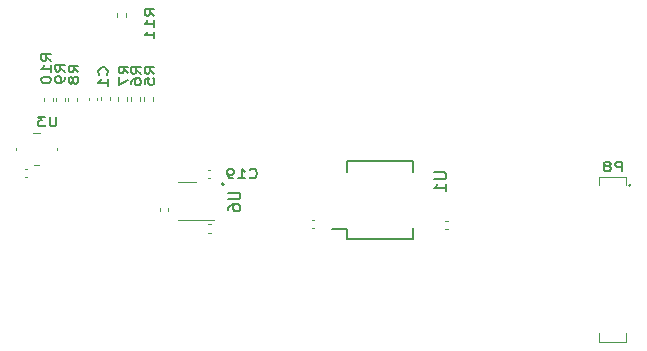
<source format=gbr>
%TF.GenerationSoftware,KiCad,Pcbnew,(6.0.7)*%
%TF.CreationDate,2022-09-26T14:07:28+03:00*%
%TF.ProjectId,202-combi-v0.2,3230322d-636f-46d6-9269-2d76302e322e,rev?*%
%TF.SameCoordinates,PX328b740PY3479d68*%
%TF.FileFunction,Legend,Bot*%
%TF.FilePolarity,Positive*%
%FSLAX46Y46*%
G04 Gerber Fmt 4.6, Leading zero omitted, Abs format (unit mm)*
G04 Created by KiCad (PCBNEW (6.0.7)) date 2022-09-26 14:07:28*
%MOMM*%
%LPD*%
G01*
G04 APERTURE LIST*
%ADD10C,0.200000*%
%ADD11C,0.150000*%
%ADD12C,0.120000*%
G04 APERTURE END LIST*
D10*
%TO.C,P8*%
X51963095Y-17511904D02*
X51963095Y-16711904D01*
X51582142Y-16711904D01*
X51486904Y-16750000D01*
X51439285Y-16788095D01*
X51391666Y-16864285D01*
X51391666Y-16978571D01*
X51439285Y-17054761D01*
X51486904Y-17092857D01*
X51582142Y-17130952D01*
X51963095Y-17130952D01*
X50820238Y-17054761D02*
X50915476Y-17016666D01*
X50963095Y-16978571D01*
X51010714Y-16902380D01*
X51010714Y-16864285D01*
X50963095Y-16788095D01*
X50915476Y-16750000D01*
X50820238Y-16711904D01*
X50629761Y-16711904D01*
X50534523Y-16750000D01*
X50486904Y-16788095D01*
X50439285Y-16864285D01*
X50439285Y-16902380D01*
X50486904Y-16978571D01*
X50534523Y-17016666D01*
X50629761Y-17054761D01*
X50820238Y-17054761D01*
X50915476Y-17092857D01*
X50963095Y-17130952D01*
X51010714Y-17207142D01*
X51010714Y-17359523D01*
X50963095Y-17435714D01*
X50915476Y-17473809D01*
X50820238Y-17511904D01*
X50629761Y-17511904D01*
X50534523Y-17473809D01*
X50486904Y-17435714D01*
X50439285Y-17359523D01*
X50439285Y-17207142D01*
X50486904Y-17130952D01*
X50534523Y-17092857D01*
X50629761Y-17054761D01*
D11*
%TO.C,U6*%
X18652380Y-19313095D02*
X19461904Y-19313095D01*
X19557142Y-19360714D01*
X19604761Y-19408333D01*
X19652380Y-19503571D01*
X19652380Y-19694047D01*
X19604761Y-19789285D01*
X19557142Y-19836904D01*
X19461904Y-19884523D01*
X18652380Y-19884523D01*
X18652380Y-20789285D02*
X18652380Y-20598809D01*
X18700000Y-20503571D01*
X18747619Y-20455952D01*
X18890476Y-20360714D01*
X19080952Y-20313095D01*
X19461904Y-20313095D01*
X19557142Y-20360714D01*
X19604761Y-20408333D01*
X19652380Y-20503571D01*
X19652380Y-20694047D01*
X19604761Y-20789285D01*
X19557142Y-20836904D01*
X19461904Y-20884523D01*
X19223809Y-20884523D01*
X19128571Y-20836904D01*
X19080952Y-20789285D01*
X19033333Y-20694047D01*
X19033333Y-20503571D01*
X19080952Y-20408333D01*
X19128571Y-20360714D01*
X19223809Y-20313095D01*
D10*
%TO.C,C1*%
X8355714Y-9338333D02*
X8393809Y-9290714D01*
X8431904Y-9147857D01*
X8431904Y-9052619D01*
X8393809Y-8909761D01*
X8317619Y-8814523D01*
X8241428Y-8766904D01*
X8089047Y-8719285D01*
X7974761Y-8719285D01*
X7822380Y-8766904D01*
X7746190Y-8814523D01*
X7670000Y-8909761D01*
X7631904Y-9052619D01*
X7631904Y-9147857D01*
X7670000Y-9290714D01*
X7708095Y-9338333D01*
X8431904Y-10290714D02*
X8431904Y-9719285D01*
X8431904Y-10005000D02*
X7631904Y-10005000D01*
X7746190Y-9909761D01*
X7822380Y-9814523D01*
X7860476Y-9719285D01*
%TO.C,R8*%
X5936904Y-9133333D02*
X5555952Y-8800000D01*
X5936904Y-8561904D02*
X5136904Y-8561904D01*
X5136904Y-8942857D01*
X5175000Y-9038095D01*
X5213095Y-9085714D01*
X5289285Y-9133333D01*
X5403571Y-9133333D01*
X5479761Y-9085714D01*
X5517857Y-9038095D01*
X5555952Y-8942857D01*
X5555952Y-8561904D01*
X5479761Y-9704761D02*
X5441666Y-9609523D01*
X5403571Y-9561904D01*
X5327380Y-9514285D01*
X5289285Y-9514285D01*
X5213095Y-9561904D01*
X5175000Y-9609523D01*
X5136904Y-9704761D01*
X5136904Y-9895238D01*
X5175000Y-9990476D01*
X5213095Y-10038095D01*
X5289285Y-10085714D01*
X5327380Y-10085714D01*
X5403571Y-10038095D01*
X5441666Y-9990476D01*
X5479761Y-9895238D01*
X5479761Y-9704761D01*
X5517857Y-9609523D01*
X5555952Y-9561904D01*
X5632142Y-9514285D01*
X5784523Y-9514285D01*
X5860714Y-9561904D01*
X5898809Y-9609523D01*
X5936904Y-9704761D01*
X5936904Y-9895238D01*
X5898809Y-9990476D01*
X5860714Y-10038095D01*
X5784523Y-10085714D01*
X5632142Y-10085714D01*
X5555952Y-10038095D01*
X5517857Y-9990476D01*
X5479761Y-9895238D01*
%TO.C,R5*%
X12361904Y-9248333D02*
X11980952Y-8915000D01*
X12361904Y-8676904D02*
X11561904Y-8676904D01*
X11561904Y-9057857D01*
X11600000Y-9153095D01*
X11638095Y-9200714D01*
X11714285Y-9248333D01*
X11828571Y-9248333D01*
X11904761Y-9200714D01*
X11942857Y-9153095D01*
X11980952Y-9057857D01*
X11980952Y-8676904D01*
X11561904Y-10153095D02*
X11561904Y-9676904D01*
X11942857Y-9629285D01*
X11904761Y-9676904D01*
X11866666Y-9772142D01*
X11866666Y-10010238D01*
X11904761Y-10105476D01*
X11942857Y-10153095D01*
X12019047Y-10200714D01*
X12209523Y-10200714D01*
X12285714Y-10153095D01*
X12323809Y-10105476D01*
X12361904Y-10010238D01*
X12361904Y-9772142D01*
X12323809Y-9676904D01*
X12285714Y-9629285D01*
%TO.C,R9*%
X4786904Y-9068333D02*
X4405952Y-8735000D01*
X4786904Y-8496904D02*
X3986904Y-8496904D01*
X3986904Y-8877857D01*
X4025000Y-8973095D01*
X4063095Y-9020714D01*
X4139285Y-9068333D01*
X4253571Y-9068333D01*
X4329761Y-9020714D01*
X4367857Y-8973095D01*
X4405952Y-8877857D01*
X4405952Y-8496904D01*
X4786904Y-9544523D02*
X4786904Y-9735000D01*
X4748809Y-9830238D01*
X4710714Y-9877857D01*
X4596428Y-9973095D01*
X4444047Y-10020714D01*
X4139285Y-10020714D01*
X4063095Y-9973095D01*
X4025000Y-9925476D01*
X3986904Y-9830238D01*
X3986904Y-9639761D01*
X4025000Y-9544523D01*
X4063095Y-9496904D01*
X4139285Y-9449285D01*
X4329761Y-9449285D01*
X4405952Y-9496904D01*
X4444047Y-9544523D01*
X4482142Y-9639761D01*
X4482142Y-9830238D01*
X4444047Y-9925476D01*
X4405952Y-9973095D01*
X4329761Y-10020714D01*
%TO.C,R7*%
X10176904Y-9223333D02*
X9795952Y-8890000D01*
X10176904Y-8651904D02*
X9376904Y-8651904D01*
X9376904Y-9032857D01*
X9415000Y-9128095D01*
X9453095Y-9175714D01*
X9529285Y-9223333D01*
X9643571Y-9223333D01*
X9719761Y-9175714D01*
X9757857Y-9128095D01*
X9795952Y-9032857D01*
X9795952Y-8651904D01*
X9376904Y-9556666D02*
X9376904Y-10223333D01*
X10176904Y-9794761D01*
%TO.C,R11*%
X12361904Y-4357142D02*
X11980952Y-4023809D01*
X12361904Y-3785714D02*
X11561904Y-3785714D01*
X11561904Y-4166666D01*
X11600000Y-4261904D01*
X11638095Y-4309523D01*
X11714285Y-4357142D01*
X11828571Y-4357142D01*
X11904761Y-4309523D01*
X11942857Y-4261904D01*
X11980952Y-4166666D01*
X11980952Y-3785714D01*
X12361904Y-5309523D02*
X12361904Y-4738095D01*
X12361904Y-5023809D02*
X11561904Y-5023809D01*
X11676190Y-4928571D01*
X11752380Y-4833333D01*
X11790476Y-4738095D01*
X12361904Y-6261904D02*
X12361904Y-5690476D01*
X12361904Y-5976190D02*
X11561904Y-5976190D01*
X11676190Y-5880952D01*
X11752380Y-5785714D01*
X11790476Y-5690476D01*
D11*
%TO.C,U1*%
X36077380Y-17613095D02*
X36886904Y-17613095D01*
X36982142Y-17660714D01*
X37029761Y-17708333D01*
X37077380Y-17803571D01*
X37077380Y-17994047D01*
X37029761Y-18089285D01*
X36982142Y-18136904D01*
X36886904Y-18184523D01*
X36077380Y-18184523D01*
X37077380Y-19184523D02*
X37077380Y-18613095D01*
X37077380Y-18898809D02*
X36077380Y-18898809D01*
X36220238Y-18803571D01*
X36315476Y-18708333D01*
X36363095Y-18613095D01*
D10*
%TO.C,R10*%
X3611904Y-8157142D02*
X3230952Y-7823809D01*
X3611904Y-7585714D02*
X2811904Y-7585714D01*
X2811904Y-7966666D01*
X2850000Y-8061904D01*
X2888095Y-8109523D01*
X2964285Y-8157142D01*
X3078571Y-8157142D01*
X3154761Y-8109523D01*
X3192857Y-8061904D01*
X3230952Y-7966666D01*
X3230952Y-7585714D01*
X3611904Y-9109523D02*
X3611904Y-8538095D01*
X3611904Y-8823809D02*
X2811904Y-8823809D01*
X2926190Y-8728571D01*
X3002380Y-8633333D01*
X3040476Y-8538095D01*
X2811904Y-9728571D02*
X2811904Y-9823809D01*
X2850000Y-9919047D01*
X2888095Y-9966666D01*
X2964285Y-10014285D01*
X3116666Y-10061904D01*
X3307142Y-10061904D01*
X3459523Y-10014285D01*
X3535714Y-9966666D01*
X3573809Y-9919047D01*
X3611904Y-9823809D01*
X3611904Y-9728571D01*
X3573809Y-9633333D01*
X3535714Y-9585714D01*
X3459523Y-9538095D01*
X3307142Y-9490476D01*
X3116666Y-9490476D01*
X2964285Y-9538095D01*
X2888095Y-9585714D01*
X2850000Y-9633333D01*
X2811904Y-9728571D01*
%TO.C,U3*%
X4086904Y-12886904D02*
X4086904Y-13534523D01*
X4039285Y-13610714D01*
X3991666Y-13648809D01*
X3896428Y-13686904D01*
X3705952Y-13686904D01*
X3610714Y-13648809D01*
X3563095Y-13610714D01*
X3515476Y-13534523D01*
X3515476Y-12886904D01*
X3134523Y-12886904D02*
X2515476Y-12886904D01*
X2848809Y-13191666D01*
X2705952Y-13191666D01*
X2610714Y-13229761D01*
X2563095Y-13267857D01*
X2515476Y-13344047D01*
X2515476Y-13534523D01*
X2563095Y-13610714D01*
X2610714Y-13648809D01*
X2705952Y-13686904D01*
X2991666Y-13686904D01*
X3086904Y-13648809D01*
X3134523Y-13610714D01*
%TO.C,C19*%
X20442857Y-18035714D02*
X20490476Y-18073809D01*
X20633333Y-18111904D01*
X20728571Y-18111904D01*
X20871428Y-18073809D01*
X20966666Y-17997619D01*
X21014285Y-17921428D01*
X21061904Y-17769047D01*
X21061904Y-17654761D01*
X21014285Y-17502380D01*
X20966666Y-17426190D01*
X20871428Y-17350000D01*
X20728571Y-17311904D01*
X20633333Y-17311904D01*
X20490476Y-17350000D01*
X20442857Y-17388095D01*
X19490476Y-18111904D02*
X20061904Y-18111904D01*
X19776190Y-18111904D02*
X19776190Y-17311904D01*
X19871428Y-17426190D01*
X19966666Y-17502380D01*
X20061904Y-17540476D01*
X19014285Y-18111904D02*
X18823809Y-18111904D01*
X18728571Y-18073809D01*
X18680952Y-18035714D01*
X18585714Y-17921428D01*
X18538095Y-17769047D01*
X18538095Y-17464285D01*
X18585714Y-17388095D01*
X18633333Y-17350000D01*
X18728571Y-17311904D01*
X18919047Y-17311904D01*
X19014285Y-17350000D01*
X19061904Y-17388095D01*
X19109523Y-17464285D01*
X19109523Y-17654761D01*
X19061904Y-17730952D01*
X19014285Y-17769047D01*
X18919047Y-17807142D01*
X18728571Y-17807142D01*
X18633333Y-17769047D01*
X18585714Y-17730952D01*
X18538095Y-17654761D01*
%TO.C,R6*%
X11226904Y-9273333D02*
X10845952Y-8940000D01*
X11226904Y-8701904D02*
X10426904Y-8701904D01*
X10426904Y-9082857D01*
X10465000Y-9178095D01*
X10503095Y-9225714D01*
X10579285Y-9273333D01*
X10693571Y-9273333D01*
X10769761Y-9225714D01*
X10807857Y-9178095D01*
X10845952Y-9082857D01*
X10845952Y-8701904D01*
X10426904Y-10130476D02*
X10426904Y-9940000D01*
X10465000Y-9844761D01*
X10503095Y-9797142D01*
X10617380Y-9701904D01*
X10769761Y-9654285D01*
X11074523Y-9654285D01*
X11150714Y-9701904D01*
X11188809Y-9749523D01*
X11226904Y-9844761D01*
X11226904Y-10035238D01*
X11188809Y-10130476D01*
X11150714Y-10178095D01*
X11074523Y-10225714D01*
X10884047Y-10225714D01*
X10807857Y-10178095D01*
X10769761Y-10130476D01*
X10731666Y-10035238D01*
X10731666Y-9844761D01*
X10769761Y-9749523D01*
X10807857Y-9701904D01*
X10884047Y-9654285D01*
D12*
%TO.C,P8*%
X49984300Y-17990000D02*
X52295700Y-17990000D01*
X52295700Y-17990000D02*
X52295700Y-18715261D01*
X49984300Y-18715261D02*
X49984300Y-17990000D01*
X52295700Y-31234739D02*
X52295700Y-31960000D01*
X52295700Y-31960000D02*
X49984300Y-31960000D01*
X49984300Y-31960000D02*
X49984300Y-31234739D01*
X52718800Y-18684874D02*
G75*
G03*
X52718800Y-18684874I-100000J0D01*
G01*
%TO.C,U6*%
X15912500Y-18415000D02*
X14412500Y-18415000D01*
X17412500Y-21635000D02*
X14412500Y-21635000D01*
D10*
X18262500Y-18625000D02*
G75*
G03*
X18262500Y-18625000I-100000J0D01*
G01*
D12*
%TO.C,C1*%
X8590000Y-11257164D02*
X8590000Y-11472836D01*
X7870000Y-11257164D02*
X7870000Y-11472836D01*
%TO.C,C11*%
X25907836Y-21615000D02*
X25692164Y-21615000D01*
X25907836Y-22335000D02*
X25692164Y-22335000D01*
%TO.C,R8*%
X5855000Y-11603641D02*
X5855000Y-11296359D01*
X5095000Y-11603641D02*
X5095000Y-11296359D01*
%TO.C,R5*%
X12255000Y-11543641D02*
X12255000Y-11236359D01*
X11495000Y-11543641D02*
X11495000Y-11236359D01*
%TO.C,R9*%
X4070000Y-11603641D02*
X4070000Y-11296359D01*
X4830000Y-11603641D02*
X4830000Y-11296359D01*
%TO.C,R7*%
X9320000Y-11543641D02*
X9320000Y-11236359D01*
X10080000Y-11543641D02*
X10080000Y-11236359D01*
%TO.C,R11*%
X9980000Y-4121359D02*
X9980000Y-4428641D01*
X9220000Y-4121359D02*
X9220000Y-4428641D01*
D11*
%TO.C,U1*%
X28725000Y-16675000D02*
X34275000Y-16675000D01*
X34275000Y-23225000D02*
X34275000Y-22325000D01*
X28725000Y-16675000D02*
X28725000Y-17575000D01*
X28725000Y-22425000D02*
X27450000Y-22425000D01*
X34275000Y-16675000D02*
X34275000Y-17575000D01*
X28725000Y-23225000D02*
X28725000Y-22425000D01*
X28725000Y-23225000D02*
X34275000Y-23225000D01*
D12*
%TO.C,C2*%
X6840000Y-11267164D02*
X6840000Y-11482836D01*
X7560000Y-11267164D02*
X7560000Y-11482836D01*
%TO.C,R10*%
X3020000Y-11603641D02*
X3020000Y-11296359D01*
X3780000Y-11603641D02*
X3780000Y-11296359D01*
%TO.C,U3*%
X2600000Y-16996600D02*
X2200000Y-16996600D01*
X672800Y-15725000D02*
X672800Y-15525000D01*
X4127200Y-15525000D02*
X4127200Y-15725000D01*
X2100000Y-14253400D02*
X2700000Y-14253400D01*
%TO.C,C18*%
X1392164Y-18035000D02*
X1607836Y-18035000D01*
X1392164Y-17315000D02*
X1607836Y-17315000D01*
%TO.C,C9*%
X36992164Y-22435000D02*
X37207836Y-22435000D01*
X36992164Y-21715000D02*
X37207836Y-21715000D01*
%TO.C,C21*%
X17132836Y-22710000D02*
X16917164Y-22710000D01*
X17132836Y-21990000D02*
X16917164Y-21990000D01*
%TO.C,C20*%
X13560000Y-20857836D02*
X13560000Y-20642164D01*
X12840000Y-20857836D02*
X12840000Y-20642164D01*
%TO.C,C19*%
X17107836Y-18085000D02*
X16892164Y-18085000D01*
X17107836Y-17365000D02*
X16892164Y-17365000D01*
%TO.C,R6*%
X10415000Y-11543641D02*
X10415000Y-11236359D01*
X11175000Y-11543641D02*
X11175000Y-11236359D01*
%TD*%
M02*

</source>
